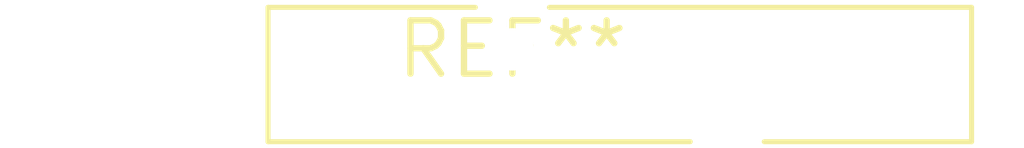
<source format=kicad_pcb>
(kicad_pcb (version 20240108) (generator pcbnew)
  (layers (0 "F.Cu" signal) (31 "B.Cu" signal) (34 "B.Paste" user) (35 "F.Paste" user) (36 "B.SilkS" user "B.Silkscreen") (37 "F.SilkS" user "F.Silkscreen") (38 "B.Mask" user) (39 "F.Mask" user) (44 "Edge.Cuts" user))
  (net 0 "")
  (footprint "Fuse_Bourns_MF-RHT800" (layer "F.Cu") (at 0 0)
    (property "Reference" "REF**")
    (property "Value" "Fuse_Bourns_MF-RHT800")
    (fp_line (start -5.8 -1) (end -5.8 2.2) (layer "F.SilkS") (stroke (width 0.12)))
    (fp_line (start -5.8 -1) (end -0.879 -1) (layer "F.SilkS") (stroke (width 0.12)))
    (fp_line (start -5.8 2.2) (end 4.222 2.2) (layer "F.SilkS") (stroke (width 0.12)))
    (fp_line (start 0.879 -1) (end 10.9 -1) (layer "F.SilkS") (stroke (width 0.12)))
    (fp_line (start 5.979 2.2) (end 10.9 2.2) (layer "F.SilkS") (stroke (width 0.12)))
    (fp_line (start 10.9 -1) (end 10.9 2.2) (layer "F.SilkS") (stroke (width 0.12)))
    (pad "1" thru_hole circle (at 0 0) (size 2.01 2.01) (drill 1.01) (layers *.Cu *.Mask) (remove_unused_layers))
    (pad "2" thru_hole circle (at 5.1 1.2) (size 2.01 2.01) (drill 1.01) (layers *.Cu *.Mask) (remove_unused_layers))
  )
)
</source>
